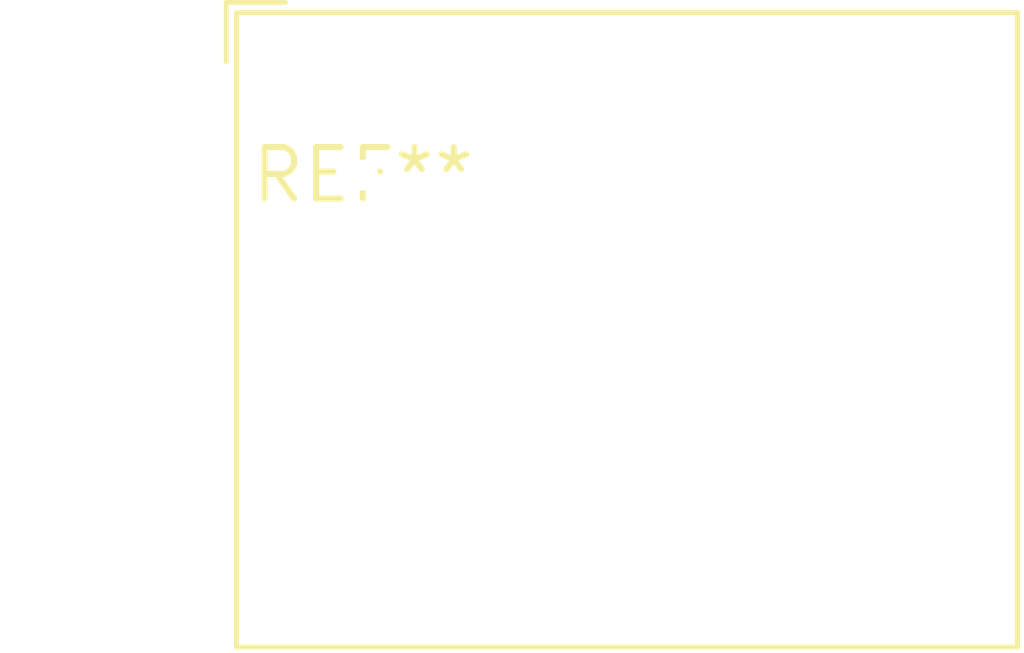
<source format=kicad_pcb>
(kicad_pcb (version 20240108) (generator pcbnew)
  (layers (0 "F.Cu" signal) (31 "B.Cu" signal) (34 "B.Paste" user) (35 "F.Paste" user) (36 "B.SilkS" user "B.Silkscreen") (37 "F.SilkS" user "F.Silkscreen") (38 "B.Mask" user) (39 "F.Mask" user) (44 "Edge.Cuts" user))
  (net 0 "")
  (footprint "LEM_HX10-P-SP2" (layer "F.Cu") (at 0 0)
    (property "Reference" "REF**")
    (property "Value" "LEM_HX10-P-SP2")
    (fp_line (start -3.36 -2.79) (end -3.36 -4.25) (layer "F.SilkS") (stroke (width 0.12)))
    (fp_line (start -3.11 -4) (end -3.11 11.62) (layer "F.SilkS") (stroke (width 0.12)))
    (fp_line (start -3.11 11.62) (end 16.11 11.62) (layer "F.SilkS") (stroke (width 0.12)))
    (fp_line (start -1.9 -4.25) (end -3.36 -4.25) (layer "F.SilkS") (stroke (width 0.12)))
    (fp_line (start 16.11 -4) (end -3.11 -4) (layer "F.SilkS") (stroke (width 0.12)))
    (fp_line (start 16.11 11.62) (end 16.11 -4) (layer "F.SilkS") (stroke (width 0.12)))
    (pad "1" thru_hole rect (at 0 0) (size 1.75 1.75) (drill 0.76) (layers *.Cu *.Mask) (remove_unused_layers))
    (pad "2" thru_hole circle (at 0 2.54) (size 1.75 1.75) (drill 0.76) (layers *.Cu *.Mask) (remove_unused_layers))
    (pad "3" thru_hole circle (at 0 5.08) (size 1.75 1.75) (drill 0.76) (layers *.Cu *.Mask) (remove_unused_layers))
    (pad "4" thru_hole circle (at 0 7.62) (size 1.75 1.75) (drill 0.76) (layers *.Cu *.Mask) (remove_unused_layers))
    (pad "5" thru_hole circle (at 10.85 0.81) (size 2.3 2.3) (drill 1.3) (layers *.Cu *.Mask) (remove_unused_layers))
    (pad "6" thru_hole circle (at 10.85 6.81) (size 2.3 2.3) (drill 1.3) (layers *.Cu *.Mask) (remove_unused_layers))
  )
)
</source>
